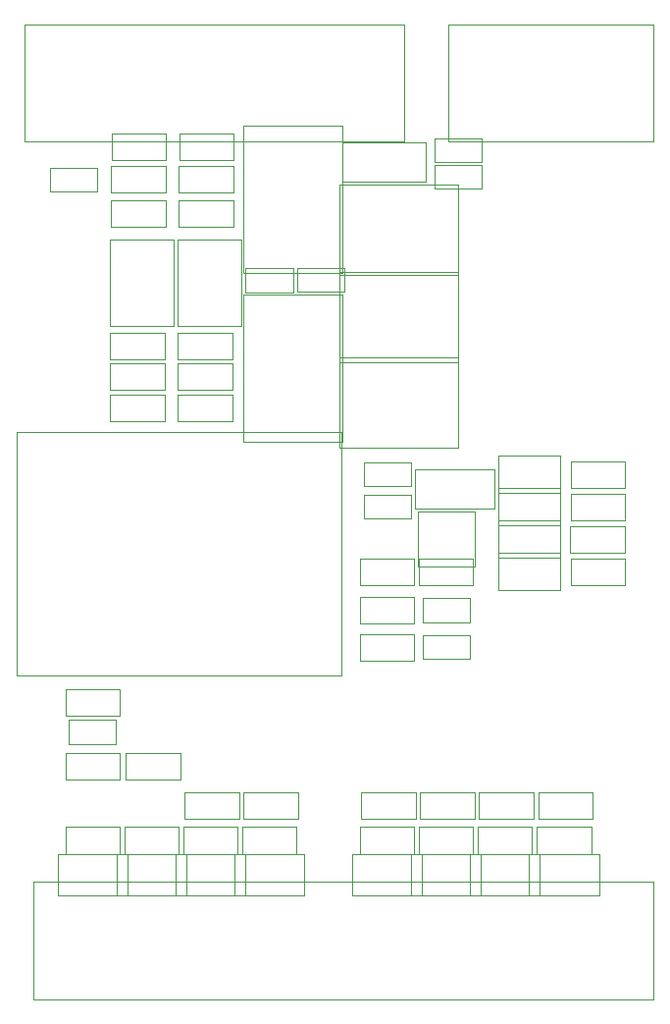
<source format=gbr>
%TF.GenerationSoftware,Altium Limited,Altium Designer,21.4.1 (30)*%
G04 Layer_Color=32768*
%FSLAX44Y44*%
%MOMM*%
%TF.SameCoordinates,EB49FF53-C53B-41EF-AC46-A12079E47AB4*%
%TF.FilePolarity,Positive*%
%TF.FileFunction,Other,Mechanical_15*%
%TF.Part,Single*%
G01*
G75*
%TA.AperFunction,NonConductor*%
%ADD45C,0.1000*%
%ADD62C,0.0500*%
D45*
X-9970Y268510D02*
X270030D01*
Y478510D01*
X-9970D02*
X270030D01*
X-9970Y268510D02*
Y478510D01*
X458990Y341890D02*
Y374390D01*
X405990D02*
X458990D01*
X405990Y341890D02*
Y374390D01*
Y341890D02*
X458990D01*
X186100Y596760D02*
X271100D01*
Y469760D02*
Y596760D01*
X186100Y469760D02*
X271100D01*
X186100D02*
Y596760D01*
X178030Y114100D02*
X238530D01*
Y78600D02*
Y114100D01*
X178030Y78600D02*
X238530D01*
X178030D02*
Y114100D01*
X336180Y409580D02*
X385180D01*
Y362580D02*
Y409580D01*
X336180Y362580D02*
X385180D01*
X336180D02*
Y409580D01*
X279630Y78600D02*
Y114100D01*
Y78600D02*
X340130D01*
Y114100D01*
X279630D02*
X340130D01*
X127230Y78600D02*
Y114100D01*
Y78600D02*
X187730D01*
Y114100D01*
X127230D02*
X187730D01*
X76430Y78600D02*
Y114100D01*
Y78600D02*
X136930D01*
Y114100D01*
X76430D02*
X136930D01*
X432270Y78600D02*
Y114100D01*
Y78600D02*
X492770D01*
Y114100D01*
X432270D02*
X492770D01*
X381230Y78600D02*
Y114100D01*
Y78600D02*
X441730D01*
Y114100D01*
X381230D02*
X441730D01*
X330430Y78600D02*
Y114100D01*
Y78600D02*
X390930D01*
Y114100D01*
X330430D02*
X390930D01*
X458990Y425710D02*
Y458210D01*
X405990D02*
X458990D01*
X405990Y425710D02*
Y458210D01*
Y425710D02*
X458990D01*
Y397770D02*
Y430270D01*
X405990D02*
X458990D01*
X405990Y397770D02*
Y430270D01*
Y397770D02*
X458990D01*
Y369830D02*
Y402330D01*
X405990D02*
X458990D01*
X405990Y369830D02*
Y402330D01*
Y369830D02*
X458990D01*
X25630Y114100D02*
X86130D01*
Y78600D02*
Y114100D01*
X25630Y78600D02*
X86130D01*
X25630D02*
Y114100D01*
X186100Y615810D02*
Y742810D01*
Y615810D02*
X271100D01*
Y742810D01*
X186100D02*
X271100D01*
D62*
X271340Y694200D02*
X343340D01*
X271340D02*
Y728200D01*
X343340D01*
Y694200D02*
Y728200D01*
X362390Y729280D02*
X539890D01*
X362390D02*
Y830280D01*
X539890D01*
Y729280D02*
Y830280D01*
X468100Y346640D02*
X515100D01*
X468100D02*
Y369640D01*
X515100D01*
Y346640D02*
Y369640D01*
X32140Y233500D02*
X79140D01*
X32140D02*
Y256500D01*
X79140D01*
Y233500D02*
Y256500D01*
X32380Y114850D02*
Y137850D01*
Y114850D02*
X79380D01*
Y137850D01*
X32380D02*
X79380D01*
X133980D02*
X180980D01*
Y114850D02*
Y137850D01*
X133980Y114850D02*
X180980D01*
X133980D02*
Y137850D01*
X184780D02*
X231780D01*
Y114850D02*
Y137850D01*
X184780Y114850D02*
X231780D01*
X184780D02*
Y137850D01*
X286380D02*
X333380D01*
Y114850D02*
Y137850D01*
X286380Y114850D02*
X333380D01*
X286380D02*
Y137850D01*
X337180D02*
X384180D01*
Y114850D02*
Y137850D01*
X337180Y114850D02*
X384180D01*
X337180D02*
Y137850D01*
X387980D02*
X434980D01*
Y114850D02*
Y137850D01*
X387980Y114850D02*
X434980D01*
X387980D02*
Y137850D01*
X186050Y167850D02*
X233050D01*
Y144850D02*
Y167850D01*
X186050Y144850D02*
X233050D01*
X186050D02*
Y167850D01*
X337180Y346640D02*
X384180D01*
X337180D02*
Y369640D01*
X384180D01*
Y346640D02*
Y369640D01*
X286380D02*
X333380D01*
Y346640D02*
Y369640D01*
X286380Y346640D02*
X333380D01*
X286380D02*
Y369640D01*
X289480Y452360D02*
X330280D01*
Y431560D02*
Y452360D01*
X289480Y431560D02*
X330280D01*
X289480D02*
Y452360D01*
Y424420D02*
X330280D01*
Y403620D02*
Y424420D01*
X289480Y403620D02*
X330280D01*
X289480D02*
Y424420D01*
X334300Y446260D02*
X402300D01*
Y412260D02*
Y446260D01*
X334300Y412260D02*
X402300D01*
X334300D02*
Y446260D01*
X287650Y144850D02*
Y167850D01*
Y144850D02*
X334650D01*
Y167850D01*
X287650D02*
X334650D01*
X135250Y144850D02*
Y167850D01*
Y144850D02*
X182250D01*
Y167850D01*
X135250D02*
X182250D01*
X84450Y178500D02*
Y201500D01*
Y178500D02*
X131450D01*
Y201500D01*
X84450D02*
X131450D01*
X83180Y114850D02*
Y137850D01*
Y114850D02*
X130180D01*
Y137850D01*
X83180D02*
X130180D01*
X440290Y144850D02*
Y167850D01*
Y144850D02*
X487290D01*
Y167850D01*
X440290D02*
X487290D01*
X439020Y114850D02*
Y137850D01*
Y114850D02*
X486020D01*
Y137850D01*
X439020D02*
X486020D01*
X389250Y144850D02*
Y167850D01*
Y144850D02*
X436250D01*
Y167850D01*
X389250D02*
X436250D01*
X338450Y144850D02*
Y167850D01*
Y144850D02*
X385450D01*
Y167850D01*
X338450D02*
X385450D01*
X468100Y430460D02*
X515100D01*
X468100D02*
Y453460D01*
X515100D01*
Y430460D02*
Y453460D01*
X467990Y374580D02*
X514990D01*
X467990D02*
Y397580D01*
X514990D01*
Y374580D02*
Y397580D01*
X468100Y402520D02*
X515100D01*
X468100D02*
Y425520D01*
X515100D01*
Y402520D02*
Y425520D01*
X381080Y282620D02*
Y303420D01*
X340280D02*
X381080D01*
X340280Y282620D02*
Y303420D01*
Y282620D02*
X381080D01*
Y314370D02*
Y335170D01*
X340280D02*
X381080D01*
X340280Y314370D02*
Y335170D01*
Y314370D02*
X381080D01*
X333380Y281520D02*
Y304520D01*
X286380D02*
X333380D01*
X286380Y281520D02*
Y304520D01*
Y281520D02*
X333380D01*
Y313270D02*
Y336270D01*
X286380D02*
X333380D01*
X286380Y313270D02*
Y336270D01*
Y313270D02*
X333380D01*
X32140Y201500D02*
X79140D01*
Y178500D02*
Y201500D01*
X32140Y178500D02*
X79140D01*
X32140D02*
Y201500D01*
X-3130Y729280D02*
Y830280D01*
Y729280D02*
X324370D01*
Y830280D01*
X-3130D02*
X324370D01*
X269040Y465190D02*
Y543190D01*
Y465190D02*
X371040D01*
Y543190D01*
X269040D02*
X371040D01*
X350630Y711105D02*
Y731905D01*
Y711105D02*
X391430D01*
Y731905D01*
X350630D02*
X391430D01*
X350630Y688245D02*
Y709045D01*
Y688245D02*
X391430D01*
Y709045D01*
X350630D02*
X391430D01*
X269040Y538850D02*
Y616850D01*
Y538850D02*
X371040D01*
Y616850D01*
X269040D02*
X371040D01*
X269040Y613780D02*
Y691780D01*
Y613780D02*
X371040D01*
Y691780D01*
X269040D02*
X371040D01*
X228560Y598930D02*
Y619730D01*
X187760D02*
X228560D01*
X187760Y598930D02*
Y619730D01*
Y598930D02*
X228560D01*
X232330Y599200D02*
Y620000D01*
Y599200D02*
X273130D01*
Y620000D01*
X232330D02*
X273130D01*
X4790Y-10710D02*
X539890D01*
X4790D02*
Y90790D01*
X539890D01*
Y-10710D02*
Y90790D01*
X18970Y706600D02*
X59770D01*
Y685800D02*
Y706600D01*
X18970Y685800D02*
X59770D01*
X18970D02*
Y706600D01*
X35240Y209600D02*
Y230400D01*
Y209600D02*
X76040D01*
Y230400D01*
X35240D02*
X76040D01*
X128710Y570260D02*
X183710D01*
Y644760D01*
X128710D02*
X183710D01*
X128710Y570260D02*
Y644760D01*
X70290Y570050D02*
Y644550D01*
X125290D01*
Y570050D02*
Y644550D01*
X70290Y570050D02*
X125290D01*
X129140Y564400D02*
X176140D01*
Y541400D02*
Y564400D01*
X129140Y541400D02*
X176140D01*
X129140D02*
Y564400D01*
Y488060D02*
X176140D01*
X129140D02*
Y511060D01*
X176140D01*
Y488060D02*
Y511060D01*
X130170Y684910D02*
X177170D01*
X130170D02*
Y707910D01*
X177170D01*
Y684910D02*
Y707910D01*
X129270Y537730D02*
X176270D01*
Y514730D02*
Y537730D01*
X129270Y514730D02*
X176270D01*
X129270D02*
Y537730D01*
X130170Y678700D02*
X177170D01*
Y655700D02*
Y678700D01*
X130170Y655700D02*
X177170D01*
X130170D02*
Y678700D01*
X130410Y712850D02*
X177410D01*
X130410D02*
Y735850D01*
X177410D01*
Y712850D02*
Y735850D01*
X70720Y541190D02*
Y564190D01*
Y541190D02*
X117720D01*
Y564190D01*
X70720D02*
X117720D01*
Y487850D02*
Y510850D01*
X70720D02*
X117720D01*
X70720Y487850D02*
Y510850D01*
Y487850D02*
X117720D01*
X70850Y514520D02*
Y537520D01*
Y514520D02*
X117850D01*
Y537520D01*
X70850D02*
X117850D01*
X71750Y655490D02*
Y678490D01*
Y655490D02*
X118750D01*
Y678490D01*
X71750D02*
X118750D01*
X118990Y712640D02*
Y735640D01*
X71990D02*
X118990D01*
X71990Y712640D02*
Y735640D01*
Y712640D02*
X118990D01*
X118750Y684700D02*
Y707700D01*
X71750D02*
X118750D01*
X71750Y684700D02*
Y707700D01*
Y684700D02*
X118750D01*
%TF.MD5,bbad0b33ed8748ab82a63b1000dea105*%
M02*

</source>
